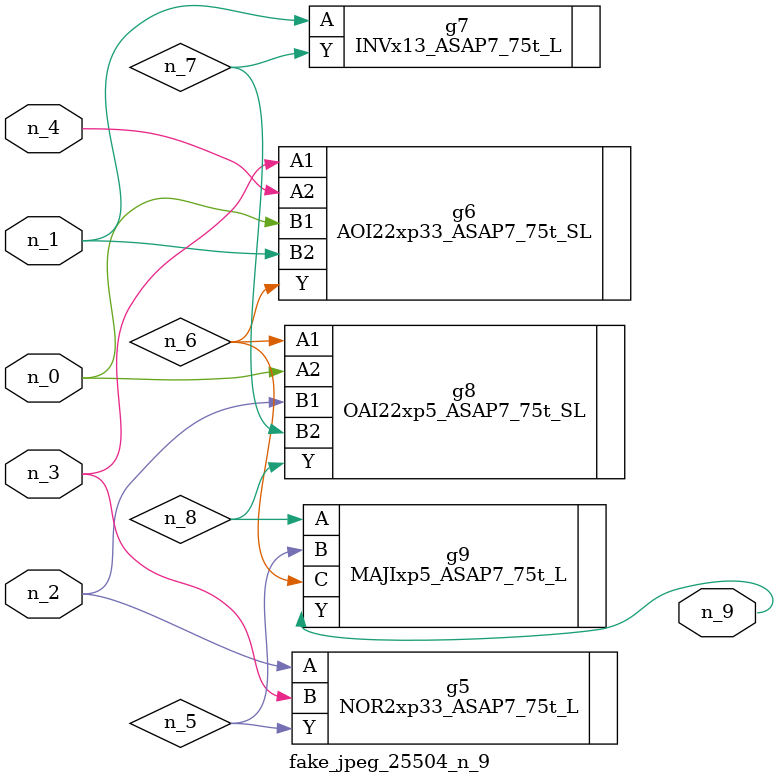
<source format=v>
module fake_jpeg_25504_n_9 (n_3, n_2, n_1, n_0, n_4, n_9);

input n_3;
input n_2;
input n_1;
input n_0;
input n_4;

output n_9;

wire n_8;
wire n_6;
wire n_5;
wire n_7;

NOR2xp33_ASAP7_75t_L g5 ( 
.A(n_2),
.B(n_3),
.Y(n_5)
);

AOI22xp33_ASAP7_75t_SL g6 ( 
.A1(n_3),
.A2(n_4),
.B1(n_0),
.B2(n_1),
.Y(n_6)
);

INVx13_ASAP7_75t_L g7 ( 
.A(n_1),
.Y(n_7)
);

OAI22xp5_ASAP7_75t_SL g8 ( 
.A1(n_6),
.A2(n_0),
.B1(n_2),
.B2(n_7),
.Y(n_8)
);

MAJIxp5_ASAP7_75t_L g9 ( 
.A(n_8),
.B(n_5),
.C(n_6),
.Y(n_9)
);


endmodule
</source>
